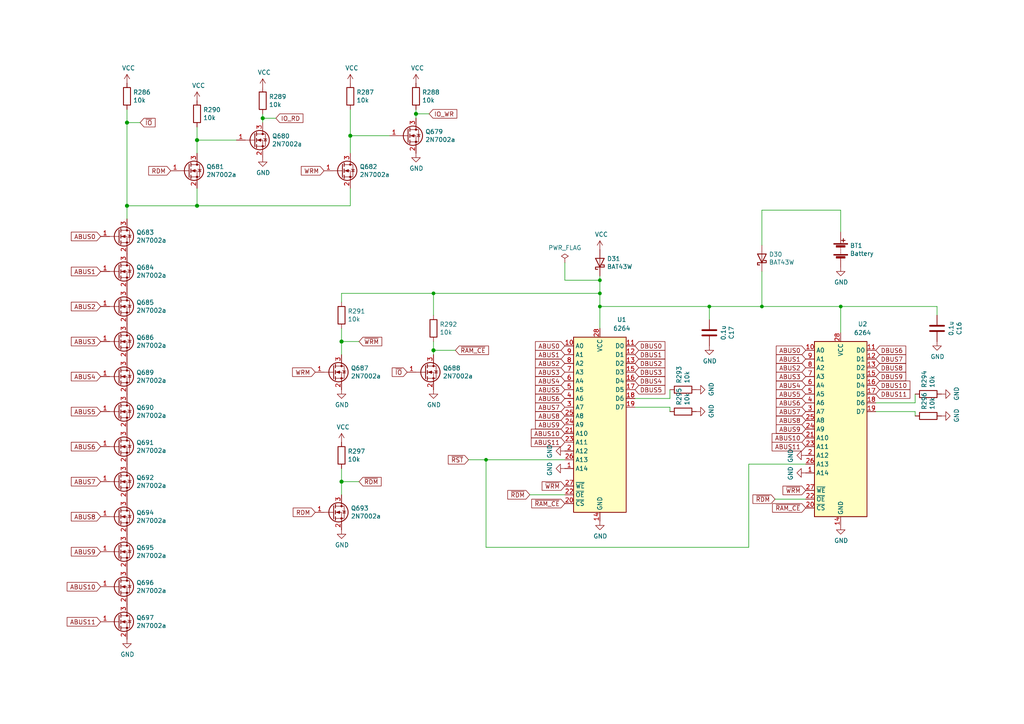
<source format=kicad_sch>
(kicad_sch (version 20210126) (generator eeschema)
  (paper "A4")
  (title_block (title "Q2 Memory") (date "2021-02-05") (rev "1") (company "joewing.net"))
  (lib_symbols
    (symbol "Device:Battery" (pin_numbers hide) (pin_names (offset 0) hide)
      (property "Reference" "BT" (at 2.54 2.54 0))
      (property "Value" "Battery" (at 2.54 0 0))
      (symbol "Battery_0_1"
        (rectangle (start -2.032 -1.397) (end 2.032 -1.651) (fill (type outline)))
        (rectangle (start -2.032 1.778) (end 2.032 1.524) (fill (type outline)))
        (rectangle (start -1.3208 -1.9812) (end 1.27 -2.4892) (fill (type outline)))
        (rectangle (start -1.3208 1.1938) (end 1.27 0.6858) (fill (type outline)))
        (polyline (pts (xy 0 -1.524) (xy 0 -1.27)))
        (polyline (pts (xy 0 -1.016) (xy 0 -0.762)))
        (polyline (pts (xy 0 -0.508) (xy 0 -0.254)))
        (polyline (pts (xy 0 0) (xy 0 0.254)))
        (polyline (pts (xy 0 0.508) (xy 0 0.762)))
        (polyline (pts (xy 0 1.778) (xy 0 2.54)))
        (polyline (pts (xy 0.254 2.667) (xy 1.27 2.667)) (stroke (width 0.254)))
        (polyline (pts (xy 0.762 3.175) (xy 0.762 2.159)) (stroke (width 0.254)))
      )
      (symbol "Battery_1_1"
        (pin passive line (at 0 5.08 270) (length 2.54) (name "+") (number "1"))
        (pin passive line (at 0 -5.08 90) (length 2.54) (name "-") (number "2"))
      )
    )
    (symbol "Device:C" (pin_numbers hide) (pin_names (offset 0.254))
      (property "Reference" "C" (at 0.635 2.54 0))
      (property "Value" "C" (at 0.635 -2.54 0))
      (symbol "C_0_1"
        (polyline (pts (xy -2.032 -0.762) (xy 2.032 -0.762)) (stroke (width 0.508)))
        (polyline (pts (xy -2.032 0.762) (xy 2.032 0.762)) (stroke (width 0.508)))
      )
      (symbol "C_1_1"
        (pin passive line (at 0 3.81 270) (length 2.794) (name "~") (number "1"))
        (pin passive line (at 0 -3.81 90) (length 2.794) (name "~") (number "2"))
      )
    )
    (symbol "Device:R" (pin_numbers hide) (pin_names (offset 0))
      (property "Reference" "R" (at 2.032 0 90))
      (property "Value" "R" (at 0 0 90))
      (symbol "R_0_1"
        (rectangle (start -1.016 -2.54) (end 1.016 2.54) (stroke (width 0.254)))
      )
      (symbol "R_1_1"
        (pin passive line (at 0 3.81 270) (length 1.27) (name "~") (number "1"))
        (pin passive line (at 0 -3.81 90) (length 1.27) (name "~") (number "2"))
      )
    )
    (symbol "Diode:1N5819" (pin_numbers hide) (pin_names (offset 1.016) hide)
      (property "Reference" "D" (at 0 2.54 0))
      (property "Value" "1N5819" (at 0 -2.54 0))
      (symbol "1N5819_0_1"
        (polyline (pts (xy 1.27 0) (xy -1.27 0)))
        (polyline (pts (xy 1.27 1.27) (xy 1.27 -1.27) (xy -1.27 0) (xy 1.27 1.27)) (stroke (width 0.254)))
        (polyline (pts (xy -1.905 0.635) (xy -1.905 1.27) (xy -1.27 1.27) (xy -1.27 -1.27) (xy -0.635 -1.27) (xy -0.635 -0.635)) (stroke (width 0.254)))
      )
      (symbol "1N5819_1_1"
        (pin passive line (at -3.81 0 0) (length 2.54) (name "K") (number "1"))
        (pin passive line (at 3.81 0 180) (length 2.54) (name "A") (number "2"))
      )
    )
    (symbol "Memory_EEPROM:28C256"
      (property "Reference" "U" (at -7.62 26.67 0))
      (property "Value" "28C256" (at 2.54 -26.67 0))
      (symbol "28C256_1_1"
        (rectangle (start -7.62 25.4) (end 7.62 -25.4) (stroke (width 0.254)) (fill (type background)))
        (pin input line (at -10.16 -12.7 0) (length 2.54) (name "A14") (number "1"))
        (pin input line (at -10.16 22.86 0) (length 2.54) (name "A0") (number "10"))
        (pin tri_state line (at 10.16 22.86 180) (length 2.54) (name "D0") (number "11"))
        (pin tri_state line (at 10.16 20.32 180) (length 2.54) (name "D1") (number "12"))
        (pin tri_state line (at 10.16 17.78 180) (length 2.54) (name "D2") (number "13"))
        (pin power_in line (at 0 -27.94 90) (length 2.54) (name "GND") (number "14"))
        (pin tri_state line (at 10.16 15.24 180) (length 2.54) (name "D3") (number "15"))
        (pin tri_state line (at 10.16 12.7 180) (length 2.54) (name "D4") (number "16"))
        (pin tri_state line (at 10.16 10.16 180) (length 2.54) (name "D5") (number "17"))
        (pin tri_state line (at 10.16 7.62 180) (length 2.54) (name "D6") (number "18"))
        (pin tri_state line (at 10.16 5.08 180) (length 2.54) (name "D7") (number "19"))
        (pin input line (at -10.16 -7.62 0) (length 2.54) (name "A12") (number "2"))
        (pin input line (at -10.16 -22.86 0) (length 2.54) (name "~CS") (number "20"))
        (pin input line (at -10.16 -2.54 0) (length 2.54) (name "A10") (number "21"))
        (pin input line (at -10.16 -20.32 0) (length 2.54) (name "~OE") (number "22"))
        (pin input line (at -10.16 -5.08 0) (length 2.54) (name "A11") (number "23"))
        (pin input line (at -10.16 0 0) (length 2.54) (name "A9") (number "24"))
        (pin input line (at -10.16 2.54 0) (length 2.54) (name "A8") (number "25"))
        (pin input line (at -10.16 -10.16 0) (length 2.54) (name "A13") (number "26"))
        (pin input line (at -10.16 -17.78 0) (length 2.54) (name "~WE") (number "27"))
        (pin power_in line (at 0 27.94 270) (length 2.54) (name "VCC") (number "28"))
        (pin input line (at -10.16 5.08 0) (length 2.54) (name "A7") (number "3"))
        (pin input line (at -10.16 7.62 0) (length 2.54) (name "A6") (number "4"))
        (pin input line (at -10.16 10.16 0) (length 2.54) (name "A5") (number "5"))
        (pin input line (at -10.16 12.7 0) (length 2.54) (name "A4") (number "6"))
        (pin input line (at -10.16 15.24 0) (length 2.54) (name "A3") (number "7"))
        (pin input line (at -10.16 17.78 0) (length 2.54) (name "A2") (number "8"))
        (pin input line (at -10.16 20.32 0) (length 2.54) (name "A1") (number "9"))
      )
    )
    (symbol "Transistor_FET:2N7002" (pin_names hide)
      (property "Reference" "Q" (at 5.08 1.905 0))
      (property "Value" "2N7002" (at 5.08 0 0))
      (symbol "2N7002_0_1"
        (circle (center 1.651 0) (radius 2.794) (stroke (width 0.254)))
        (circle (center 2.54 -1.778) (radius 0.254) (fill (type outline)))
        (circle (center 2.54 1.778) (radius 0.254) (fill (type outline)))
        (polyline (pts (xy 0.254 0) (xy -2.54 0)))
        (polyline (pts (xy 0.254 1.905) (xy 0.254 -1.905)) (stroke (width 0.254)))
        (polyline (pts (xy 0.762 -1.27) (xy 0.762 -2.286)) (stroke (width 0.254)))
        (polyline (pts (xy 0.762 0.508) (xy 0.762 -0.508)) (stroke (width 0.254)))
        (polyline (pts (xy 0.762 2.286) (xy 0.762 1.27)) (stroke (width 0.254)))
        (polyline (pts (xy 2.54 2.54) (xy 2.54 1.778)))
        (polyline (pts (xy 2.54 -2.54) (xy 2.54 0) (xy 0.762 0)))
        (polyline (pts (xy 0.762 -1.778) (xy 3.302 -1.778) (xy 3.302 1.778) (xy 0.762 1.778)))
        (polyline (pts (xy 1.016 0) (xy 2.032 0.381) (xy 2.032 -0.381) (xy 1.016 0)) (fill (type outline)))
        (polyline (pts (xy 2.794 0.508) (xy 2.921 0.381) (xy 3.683 0.381) (xy 3.81 0.254)))
        (polyline (pts (xy 3.302 0.381) (xy 2.921 -0.254) (xy 3.683 -0.254) (xy 3.302 0.381)))
      )
      (symbol "2N7002_1_1"
        (pin input line (at -5.08 0 0) (length 2.54) (name "G") (number "1"))
        (pin passive line (at 2.54 -5.08 90) (length 2.54) (name "S") (number "2"))
        (pin passive line (at 2.54 5.08 270) (length 2.54) (name "D") (number "3"))
      )
    )
    (symbol "power:GND" (power) (pin_names (offset 0))
      (property "Value" "GND" (at 0 -3.81 0))
      (symbol "GND_0_1"
        (polyline (pts (xy 0 0) (xy 0 -1.27) (xy 1.27 -1.27) (xy 0 -2.54) (xy -1.27 -1.27) (xy 0 -1.27)))
      )
      (symbol "GND_1_1"
        (pin power_in line (at 0 0 270) (length 0) hide (name "GND") (number "1"))
      )
    )
    (symbol "power:PWR_FLAG" (power) (pin_numbers hide) (pin_names (offset 0) hide)
      (property "Value" "PWR_FLAG" (at 0 3.81 0))
      (symbol "PWR_FLAG_0_0"
        (pin power_out line (at 0 0 90) (length 0) (name "pwr") (number "1"))
      )
      (symbol "PWR_FLAG_0_1"
        (polyline (pts (xy 0 0) (xy 0 1.27) (xy -1.016 1.905) (xy 0 2.54) (xy 1.016 1.905) (xy 0 1.27)))
      )
    )
    (symbol "power:VCC" (power) (pin_names (offset 0))
      (property "Value" "VCC" (at 0 3.81 0))
      (symbol "VCC_0_1"
        (polyline (pts (xy -0.762 1.27) (xy 0 2.54)))
        (polyline (pts (xy 0 0) (xy 0 2.54)))
        (polyline (pts (xy 0 2.54) (xy 0.762 1.27)))
      )
      (symbol "VCC_1_1"
        (pin power_in line (at 0 0 90) (length 0) hide (name "VCC") (number "1"))
      )
    )
  )
  (junction (at 36.83 35.56) (diameter 1.016))
  (junction (at 36.83 59.69) (diameter 1.016))
  (junction (at 57.15 40.64) (diameter 1.016))
  (junction (at 57.15 59.69) (diameter 1.016))
  (junction (at 76.2 34.29) (diameter 1.016))
  (junction (at 99.06 99.06) (diameter 1.016))
  (junction (at 99.06 139.7) (diameter 1.016))
  (junction (at 101.6 39.37) (diameter 1.016))
  (junction (at 120.65 33.02) (diameter 1.016))
  (junction (at 125.73 85.09) (diameter 0.9144))
  (junction (at 125.73 101.6) (diameter 1.016))
  (junction (at 140.97 133.35) (diameter 0.9144))
  (junction (at 173.99 81.28) (diameter 0.9144))
  (junction (at 173.99 85.09) (diameter 0.9144))
  (junction (at 173.99 88.9) (diameter 0.9144))
  (junction (at 205.74 88.9) (diameter 0.9144))
  (junction (at 220.98 88.9) (diameter 0.9144))
  (junction (at 243.84 88.9) (diameter 0.9144))
  (wire (pts (xy 36.83 31.75) (xy 36.83 35.56)))
  (wire (pts (xy 36.83 35.56) (xy 36.83 59.69)))
  (wire (pts (xy 36.83 59.69) (xy 36.83 63.5)))
  (wire (pts (xy 36.83 59.69) (xy 57.15 59.69)))
  (wire (pts (xy 40.64 35.56) (xy 36.83 35.56)))
  (wire (pts (xy 57.15 36.83) (xy 57.15 40.64)))
  (wire (pts (xy 57.15 40.64) (xy 57.15 44.45)))
  (wire (pts (xy 57.15 54.61) (xy 57.15 59.69)))
  (wire (pts (xy 57.15 59.69) (xy 101.6 59.69)))
  (wire (pts (xy 68.58 40.64) (xy 57.15 40.64)))
  (wire (pts (xy 76.2 33.02) (xy 76.2 34.29)))
  (wire (pts (xy 76.2 34.29) (xy 76.2 35.56)))
  (wire (pts (xy 76.2 34.29) (xy 80.01 34.29)))
  (wire (pts (xy 99.06 85.09) (xy 99.06 87.63)))
  (wire (pts (xy 99.06 95.25) (xy 99.06 99.06)))
  (wire (pts (xy 99.06 99.06) (xy 99.06 102.87)))
  (wire (pts (xy 99.06 135.89) (xy 99.06 139.7)))
  (wire (pts (xy 99.06 139.7) (xy 99.06 143.51)))
  (wire (pts (xy 101.6 31.75) (xy 101.6 39.37)))
  (wire (pts (xy 101.6 39.37) (xy 101.6 44.45)))
  (wire (pts (xy 101.6 59.69) (xy 101.6 54.61)))
  (wire (pts (xy 104.14 99.06) (xy 99.06 99.06)))
  (wire (pts (xy 104.14 139.7) (xy 99.06 139.7)))
  (wire (pts (xy 113.03 39.37) (xy 101.6 39.37)))
  (wire (pts (xy 120.65 31.75) (xy 120.65 33.02)))
  (wire (pts (xy 120.65 33.02) (xy 120.65 34.29)))
  (wire (pts (xy 120.65 33.02) (xy 124.46 33.02)))
  (wire (pts (xy 125.73 85.09) (xy 99.06 85.09)))
  (wire (pts (xy 125.73 85.09) (xy 173.99 85.09)))
  (wire (pts (xy 125.73 91.44) (xy 125.73 85.09)))
  (wire (pts (xy 125.73 99.06) (xy 125.73 101.6)))
  (wire (pts (xy 125.73 101.6) (xy 125.73 102.87)))
  (wire (pts (xy 132.08 101.6) (xy 125.73 101.6)))
  (wire (pts (xy 135.89 133.35) (xy 140.97 133.35)))
  (wire (pts (xy 140.97 133.35) (xy 140.97 158.75)))
  (wire (pts (xy 140.97 133.35) (xy 163.83 133.35)))
  (wire (pts (xy 140.97 158.75) (xy 217.17 158.75)))
  (wire (pts (xy 153.67 143.51) (xy 163.83 143.51)))
  (wire (pts (xy 163.83 76.2) (xy 163.83 81.28)))
  (wire (pts (xy 163.83 81.28) (xy 173.99 81.28)))
  (wire (pts (xy 173.99 81.28) (xy 173.99 80.01)))
  (wire (pts (xy 173.99 85.09) (xy 173.99 81.28)))
  (wire (pts (xy 173.99 85.09) (xy 173.99 88.9)))
  (wire (pts (xy 173.99 88.9) (xy 173.99 95.25)))
  (wire (pts (xy 173.99 88.9) (xy 205.74 88.9)))
  (wire (pts (xy 194.31 113.03) (xy 194.31 115.57)))
  (wire (pts (xy 194.31 115.57) (xy 184.15 115.57)))
  (wire (pts (xy 194.31 118.11) (xy 184.15 118.11)))
  (wire (pts (xy 194.31 119.38) (xy 194.31 118.11)))
  (wire (pts (xy 205.74 88.9) (xy 205.74 92.71)))
  (wire (pts (xy 205.74 88.9) (xy 220.98 88.9)))
  (wire (pts (xy 217.17 158.75) (xy 217.17 134.62)))
  (wire (pts (xy 220.98 60.96) (xy 220.98 71.12)))
  (wire (pts (xy 220.98 78.74) (xy 220.98 88.9)))
  (wire (pts (xy 220.98 88.9) (xy 243.84 88.9)))
  (wire (pts (xy 233.68 134.62) (xy 217.17 134.62)))
  (wire (pts (xy 233.68 144.78) (xy 224.79 144.78)))
  (wire (pts (xy 243.84 60.96) (xy 220.98 60.96)))
  (wire (pts (xy 243.84 67.31) (xy 243.84 60.96)))
  (wire (pts (xy 243.84 88.9) (xy 243.84 96.52)))
  (wire (pts (xy 243.84 88.9) (xy 271.78 88.9)))
  (wire (pts (xy 254 116.84) (xy 265.43 116.84)))
  (wire (pts (xy 254 119.38) (xy 265.43 119.38)))
  (wire (pts (xy 265.43 114.3) (xy 265.43 116.84)))
  (wire (pts (xy 265.43 120.65) (xy 265.43 119.38)))
  (wire (pts (xy 271.78 88.9) (xy 271.78 91.44)))
  (global_label "ABUS0" (shape input) (at 29.21 68.58 180) (property "Intersheet References" "${INTERSHEET_REFS}" (effects hide)))
  (global_label "ABUS1" (shape input) (at 29.21 78.74 180) (property "Intersheet References" "${INTERSHEET_REFS}" (effects hide)))
  (global_label "ABUS2" (shape input) (at 29.21 88.9 180) (property "Intersheet References" "${INTERSHEET_REFS}" (effects hide)))
  (global_label "ABUS3" (shape input) (at 29.21 99.06 180) (property "Intersheet References" "${INTERSHEET_REFS}" (effects hide)))
  (global_label "ABUS4" (shape input) (at 29.21 109.22 180) (property "Intersheet References" "${INTERSHEET_REFS}" (effects hide)))
  (global_label "ABUS5" (shape input) (at 29.21 119.38 180) (property "Intersheet References" "${INTERSHEET_REFS}" (effects hide)))
  (global_label "ABUS6" (shape input) (at 29.21 129.54 180) (property "Intersheet References" "${INTERSHEET_REFS}" (effects hide)))
  (global_label "ABUS7" (shape input) (at 29.21 139.7 180) (property "Intersheet References" "${INTERSHEET_REFS}" (effects hide)))
  (global_label "ABUS8" (shape input) (at 29.21 149.86 180) (property "Intersheet References" "${INTERSHEET_REFS}" (effects hide)))
  (global_label "ABUS9" (shape input) (at 29.21 160.02 180) (property "Intersheet References" "${INTERSHEET_REFS}" (effects hide)))
  (global_label "ABUS10" (shape input) (at 29.21 170.18 180) (property "Intersheet References" "${INTERSHEET_REFS}" (effects hide)))
  (global_label "ABUS11" (shape input) (at 29.21 180.34 180) (property "Intersheet References" "${INTERSHEET_REFS}" (effects hide)))
  (global_label "~IO" (shape input) (at 40.64 35.56 0) (property "Intersheet References" "${INTERSHEET_REFS}" (effects hide)))
  (global_label "RDM" (shape input) (at 49.53 49.53 180) (property "Intersheet References" "${INTERSHEET_REFS}" (effects hide)))
  (global_label "IO_RD" (shape input) (at 80.01 34.29 0) (property "Intersheet References" "${INTERSHEET_REFS}" (effects hide)))
  (global_label "WRM" (shape input) (at 91.44 107.95 180) (property "Intersheet References" "${INTERSHEET_REFS}" (effects hide)))
  (global_label "RDM" (shape input) (at 91.44 148.59 180) (property "Intersheet References" "${INTERSHEET_REFS}" (effects hide)))
  (global_label "WRM" (shape input) (at 93.98 49.53 180) (property "Intersheet References" "${INTERSHEET_REFS}" (effects hide)))
  (global_label "~WRM" (shape input) (at 104.14 99.06 0) (property "Intersheet References" "${INTERSHEET_REFS}" (effects hide)))
  (global_label "~RDM" (shape input) (at 104.14 139.7 0) (property "Intersheet References" "${INTERSHEET_REFS}" (effects hide)))
  (global_label "~IO" (shape input) (at 118.11 107.95 180) (property "Intersheet References" "${INTERSHEET_REFS}" (effects hide)))
  (global_label "IO_WR" (shape input) (at 124.46 33.02 0) (property "Intersheet References" "${INTERSHEET_REFS}" (effects hide)))
  (global_label "~RAM_CE" (shape input) (at 132.08 101.6 0) (property "Intersheet References" "${INTERSHEET_REFS}" (effects hide)))
  (global_label "~RST" (shape input) (at 135.89 133.35 180) (property "Intersheet References" "${INTERSHEET_REFS}" (effects hide)))
  (global_label "~RDM" (shape input) (at 153.67 143.51 180) (property "Intersheet References" "${INTERSHEET_REFS}" (effects hide)))
  (global_label "ABUS0" (shape input) (at 163.83 100.33 180) (property "Intersheet References" "${INTERSHEET_REFS}" (effects hide)))
  (global_label "ABUS1" (shape input) (at 163.83 102.87 180) (property "Intersheet References" "${INTERSHEET_REFS}" (effects hide)))
  (global_label "ABUS2" (shape input) (at 163.83 105.41 180) (property "Intersheet References" "${INTERSHEET_REFS}" (effects hide)))
  (global_label "ABUS3" (shape input) (at 163.83 107.95 180) (property "Intersheet References" "${INTERSHEET_REFS}" (effects hide)))
  (global_label "ABUS4" (shape input) (at 163.83 110.49 180) (property "Intersheet References" "${INTERSHEET_REFS}" (effects hide)))
  (global_label "ABUS5" (shape input) (at 163.83 113.03 180) (property "Intersheet References" "${INTERSHEET_REFS}" (effects hide)))
  (global_label "ABUS6" (shape input) (at 163.83 115.57 180) (property "Intersheet References" "${INTERSHEET_REFS}" (effects hide)))
  (global_label "ABUS7" (shape input) (at 163.83 118.11 180) (property "Intersheet References" "${INTERSHEET_REFS}" (effects hide)))
  (global_label "ABUS8" (shape input) (at 163.83 120.65 180) (property "Intersheet References" "${INTERSHEET_REFS}" (effects hide)))
  (global_label "ABUS9" (shape input) (at 163.83 123.19 180) (property "Intersheet References" "${INTERSHEET_REFS}" (effects hide)))
  (global_label "ABUS10" (shape input) (at 163.83 125.73 180) (property "Intersheet References" "${INTERSHEET_REFS}" (effects hide)))
  (global_label "ABUS11" (shape input) (at 163.83 128.27 180) (property "Intersheet References" "${INTERSHEET_REFS}" (effects hide)))
  (global_label "~WRM" (shape input) (at 163.83 140.97 180) (property "Intersheet References" "${INTERSHEET_REFS}" (effects hide)))
  (global_label "~RAM_CE" (shape input) (at 163.83 146.05 180) (property "Intersheet References" "${INTERSHEET_REFS}" (effects hide)))
  (global_label "DBUS0" (shape input) (at 184.15 100.33 0) (property "Intersheet References" "${INTERSHEET_REFS}" (effects hide)))
  (global_label "DBUS1" (shape input) (at 184.15 102.87 0) (property "Intersheet References" "${INTERSHEET_REFS}" (effects hide)))
  (global_label "DBUS2" (shape input) (at 184.15 105.41 0) (property "Intersheet References" "${INTERSHEET_REFS}" (effects hide)))
  (global_label "DBUS3" (shape input) (at 184.15 107.95 0) (property "Intersheet References" "${INTERSHEET_REFS}" (effects hide)))
  (global_label "DBUS4" (shape input) (at 184.15 110.49 0) (property "Intersheet References" "${INTERSHEET_REFS}" (effects hide)))
  (global_label "DBUS5" (shape input) (at 184.15 113.03 0) (property "Intersheet References" "${INTERSHEET_REFS}" (effects hide)))
  (global_label "~RDM" (shape input) (at 224.79 144.78 180) (property "Intersheet References" "${INTERSHEET_REFS}" (effects hide)))
  (global_label "ABUS0" (shape input) (at 233.68 101.6 180) (property "Intersheet References" "${INTERSHEET_REFS}" (effects hide)))
  (global_label "ABUS1" (shape input) (at 233.68 104.14 180) (property "Intersheet References" "${INTERSHEET_REFS}" (effects hide)))
  (global_label "ABUS2" (shape input) (at 233.68 106.68 180) (property "Intersheet References" "${INTERSHEET_REFS}" (effects hide)))
  (global_label "ABUS3" (shape input) (at 233.68 109.22 180) (property "Intersheet References" "${INTERSHEET_REFS}" (effects hide)))
  (global_label "ABUS4" (shape input) (at 233.68 111.76 180) (property "Intersheet References" "${INTERSHEET_REFS}" (effects hide)))
  (global_label "ABUS5" (shape input) (at 233.68 114.3 180) (property "Intersheet References" "${INTERSHEET_REFS}" (effects hide)))
  (global_label "ABUS6" (shape input) (at 233.68 116.84 180) (property "Intersheet References" "${INTERSHEET_REFS}" (effects hide)))
  (global_label "ABUS7" (shape input) (at 233.68 119.38 180) (property "Intersheet References" "${INTERSHEET_REFS}" (effects hide)))
  (global_label "ABUS8" (shape input) (at 233.68 121.92 180) (property "Intersheet References" "${INTERSHEET_REFS}" (effects hide)))
  (global_label "ABUS9" (shape input) (at 233.68 124.46 180) (property "Intersheet References" "${INTERSHEET_REFS}" (effects hide)))
  (global_label "ABUS10" (shape input) (at 233.68 127 180) (property "Intersheet References" "${INTERSHEET_REFS}" (effects hide)))
  (global_label "ABUS11" (shape input) (at 233.68 129.54 180) (property "Intersheet References" "${INTERSHEET_REFS}" (effects hide)))
  (global_label "~WRM" (shape input) (at 233.68 142.24 180) (property "Intersheet References" "${INTERSHEET_REFS}" (effects hide)))
  (global_label "~RAM_CE" (shape input) (at 233.68 147.32 180) (property "Intersheet References" "${INTERSHEET_REFS}" (effects hide)))
  (global_label "DBUS6" (shape input) (at 254 101.6 0) (property "Intersheet References" "${INTERSHEET_REFS}" (effects hide)))
  (global_label "DBUS7" (shape input) (at 254 104.14 0) (property "Intersheet References" "${INTERSHEET_REFS}" (effects hide)))
  (global_label "DBUS8" (shape input) (at 254 106.68 0) (property "Intersheet References" "${INTERSHEET_REFS}" (effects hide)))
  (global_label "DBUS9" (shape input) (at 254 109.22 0) (property "Intersheet References" "${INTERSHEET_REFS}" (effects hide)))
  (global_label "DBUS10" (shape input) (at 254 111.76 0) (property "Intersheet References" "${INTERSHEET_REFS}" (effects hide)))
  (global_label "DBUS11" (shape input) (at 254 114.3 0) (property "Intersheet References" "${INTERSHEET_REFS}" (effects hide)))
  (symbol (lib_id "power:PWR_FLAG") (at 163.83 76.2 0) (unit 1)
    (property "Reference" "#FLG01" (effects hide))
    (property "Value" "PWR_FLAG" (at 163.83 71.8756 0))
  )
  (symbol (lib_id "power:VCC") (at 36.83 24.13 0) (unit 1)
    (property "Reference" "#PWR0569" (effects hide))
    (property "Value" "VCC" (at 37.2618 19.7358 0))
  )
  (symbol (lib_id "power:VCC") (at 57.15 29.21 0) (unit 1)
    (property "Reference" "#PWR0573" (effects hide))
    (property "Value" "VCC" (at 57.5818 24.8158 0))
  )
  (symbol (lib_id "power:VCC") (at 76.2 25.4 0) (unit 1)
    (property "Reference" "#PWR0572" (effects hide))
    (property "Value" "VCC" (at 76.6318 21.0058 0))
  )
  (symbol (lib_id "power:VCC") (at 99.06 128.27 0) (unit 1)
    (property "Reference" "#PWR0586" (effects hide))
    (property "Value" "VCC" (at 99.4918 123.8758 0))
  )
  (symbol (lib_id "power:VCC") (at 101.6 24.13 0) (unit 1)
    (property "Reference" "#PWR0570" (effects hide))
    (property "Value" "VCC" (at 102.0318 19.7358 0))
  )
  (symbol (lib_id "power:VCC") (at 120.65 24.13 0) (unit 1)
    (property "Reference" "#PWR0571" (effects hide))
    (property "Value" "VCC" (at 121.0818 19.7358 0))
  )
  (symbol (lib_id "power:VCC") (at 173.99 72.39 0) (unit 1)
    (property "Reference" "#PWR0576" (effects hide))
    (property "Value" "VCC" (at 174.4218 67.9958 0))
  )
  (symbol (lib_id "power:GND") (at 36.83 185.42 0) (unit 1)
    (property "Reference" "#PWR0594" (effects hide))
    (property "Value" "GND" (at 36.957 189.8142 0))
  )
  (symbol (lib_id "power:GND") (at 76.2 45.72 0) (unit 1)
    (property "Reference" "#PWR0575" (effects hide))
    (property "Value" "GND" (at 76.327 50.1142 0))
  )
  (symbol (lib_id "power:GND") (at 99.06 113.03 0) (unit 1)
    (property "Reference" "#PWR0580" (effects hide))
    (property "Value" "GND" (at 99.187 117.4242 0))
  )
  (symbol (lib_id "power:GND") (at 99.06 153.67 0) (unit 1)
    (property "Reference" "#PWR0593" (effects hide))
    (property "Value" "GND" (at 99.187 158.0642 0))
  )
  (symbol (lib_id "power:GND") (at 120.65 44.45 0) (unit 1)
    (property "Reference" "#PWR0574" (effects hide))
    (property "Value" "GND" (at 120.777 48.8442 0))
  )
  (symbol (lib_id "power:GND") (at 125.73 113.03 0) (unit 1)
    (property "Reference" "#PWR0581" (effects hide))
    (property "Value" "GND" (at 125.857 117.4242 0))
  )
  (symbol (lib_id "power:GND") (at 163.83 130.81 270) (unit 1)
    (property "Reference" "#PWR0587" (effects hide))
    (property "Value" "GND" (at 159.4358 130.937 0))
  )
  (symbol (lib_id "power:GND") (at 163.83 135.89 270) (unit 1)
    (property "Reference" "#PWR0589" (effects hide))
    (property "Value" "GND" (at 159.4358 136.017 0))
  )
  (symbol (lib_id "power:GND") (at 173.99 151.13 0) (unit 1)
    (property "Reference" "#PWR0591" (effects hide))
    (property "Value" "GND" (at 174.117 155.5242 0))
  )
  (symbol (lib_id "power:GND") (at 201.93 113.03 90) (unit 1)
    (property "Reference" "#PWR0582" (effects hide))
    (property "Value" "GND" (at 206.3242 112.903 0))
  )
  (symbol (lib_id "power:GND") (at 201.93 119.38 90) (unit 1)
    (property "Reference" "#PWR0584" (effects hide))
    (property "Value" "GND" (at 206.3242 119.253 0))
  )
  (symbol (lib_id "power:GND") (at 205.74 100.33 0) (unit 1)
    (property "Reference" "#PWR0579" (effects hide))
    (property "Value" "GND" (at 205.867 104.7242 0))
  )
  (symbol (lib_id "power:GND") (at 233.68 132.08 270) (unit 1)
    (property "Reference" "#PWR0588" (effects hide))
    (property "Value" "GND" (at 229.2858 132.207 0))
  )
  (symbol (lib_id "power:GND") (at 233.68 137.16 270) (unit 1)
    (property "Reference" "#PWR0590" (effects hide))
    (property "Value" "GND" (at 229.2858 137.287 0))
  )
  (symbol (lib_id "power:GND") (at 243.84 77.47 0) (unit 1)
    (property "Reference" "#PWR0577" (effects hide))
    (property "Value" "GND" (at 243.967 81.8642 0))
  )
  (symbol (lib_id "power:GND") (at 243.84 152.4 0) (unit 1)
    (property "Reference" "#PWR0592" (effects hide))
    (property "Value" "GND" (at 243.967 156.7942 0))
  )
  (symbol (lib_id "power:GND") (at 271.78 99.06 0) (unit 1)
    (property "Reference" "#PWR0578" (effects hide))
    (property "Value" "GND" (at 271.907 103.4542 0))
  )
  (symbol (lib_id "power:GND") (at 273.05 114.3 90) (unit 1)
    (property "Reference" "#PWR0583" (effects hide))
    (property "Value" "GND" (at 277.4442 114.173 0))
  )
  (symbol (lib_id "power:GND") (at 273.05 120.65 90) (unit 1)
    (property "Reference" "#PWR0585" (effects hide))
    (property "Value" "GND" (at 277.4442 120.523 0))
  )
  (symbol (lib_id "Device:R") (at 36.83 27.94 0) (unit 1)
    (property "Reference" "R286" (at 38.608 26.7716 0) (effects (justify left)))
    (property "Value" "10k" (at 38.608 29.083 0) (effects (justify left)))
    (property "Footprint" "Resistor_SMD:R_0805_2012Metric" (effects hide))
    (property "LCSC" "C17414" (effects hide))
  )
  (symbol (lib_id "Device:R") (at 57.15 33.02 0) (unit 1)
    (property "Reference" "R290" (at 58.928 31.8516 0) (effects (justify left)))
    (property "Value" "10k" (at 58.928 34.163 0) (effects (justify left)))
    (property "Footprint" "Resistor_SMD:R_0805_2012Metric" (effects hide))
    (property "LCSC" "C17414" (effects hide))
  )
  (symbol (lib_id "Device:R") (at 76.2 29.21 0) (unit 1)
    (property "Reference" "R289" (at 77.978 28.0416 0) (effects (justify left)))
    (property "Value" "10k" (at 77.978 30.353 0) (effects (justify left)))
    (property "Footprint" "Resistor_SMD:R_0805_2012Metric" (effects hide))
    (property "LCSC" "C17414" (effects hide))
  )
  (symbol (lib_id "Device:R") (at 99.06 91.44 0) (unit 1)
    (property "Reference" "R291" (at 100.838 90.2716 0) (effects (justify left)))
    (property "Value" "10k" (at 100.838 92.583 0) (effects (justify left)))
    (property "Footprint" "Resistor_SMD:R_0805_2012Metric" (effects hide))
    (property "LCSC" "C17414" (effects hide))
  )
  (symbol (lib_id "Device:R") (at 99.06 132.08 0) (unit 1)
    (property "Reference" "R297" (at 100.838 130.9116 0) (effects (justify left)))
    (property "Value" "10k" (at 100.838 133.223 0) (effects (justify left)))
    (property "Footprint" "Resistor_SMD:R_0805_2012Metric" (effects hide))
    (property "LCSC" "C17414" (effects hide))
  )
  (symbol (lib_id "Device:R") (at 101.6 27.94 0) (unit 1)
    (property "Reference" "R287" (at 103.378 26.7716 0) (effects (justify left)))
    (property "Value" "10k" (at 103.378 29.083 0) (effects (justify left)))
    (property "Footprint" "Resistor_SMD:R_0805_2012Metric" (effects hide))
    (property "LCSC" "C17414" (effects hide))
  )
  (symbol (lib_id "Device:R") (at 120.65 27.94 0) (unit 1)
    (property "Reference" "R288" (at 122.428 26.7716 0) (effects (justify left)))
    (property "Value" "10k" (at 122.428 29.083 0) (effects (justify left)))
    (property "Footprint" "Resistor_SMD:R_0805_2012Metric" (effects hide))
    (property "LCSC" "C17414" (effects hide))
  )
  (symbol (lib_id "Device:R") (at 125.73 95.25 0) (unit 1)
    (property "Reference" "R292" (at 127.508 94.0816 0) (effects (justify left)))
    (property "Value" "10k" (at 127.508 96.393 0) (effects (justify left)))
    (property "Footprint" "Resistor_SMD:R_0805_2012Metric" (effects hide))
    (property "LCSC" "C17414" (effects hide))
  )
  (symbol (lib_id "Device:R") (at 198.12 113.03 90) (unit 1)
    (property "Reference" "R293" (at 196.9516 111.252 0) (effects (justify left)))
    (property "Value" "10k" (at 199.263 111.252 0) (effects (justify left)))
    (property "Footprint" "Resistor_SMD:R_0805_2012Metric" (effects hide))
    (property "LCSC" "C17414" (effects hide))
  )
  (symbol (lib_id "Device:R") (at 198.12 119.38 90) (unit 1)
    (property "Reference" "R295" (at 196.9516 117.602 0) (effects (justify left)))
    (property "Value" "10k" (at 199.263 117.602 0) (effects (justify left)))
    (property "Footprint" "Resistor_SMD:R_0805_2012Metric" (effects hide))
    (property "LCSC" "C17414" (effects hide))
  )
  (symbol (lib_id "Device:R") (at 269.24 114.3 90) (unit 1)
    (property "Reference" "R294" (at 268.0716 112.522 0) (effects (justify left)))
    (property "Value" "10k" (at 270.383 112.522 0) (effects (justify left)))
    (property "Footprint" "Resistor_SMD:R_0805_2012Metric" (effects hide))
    (property "LCSC" "C17414" (effects hide))
  )
  (symbol (lib_id "Device:R") (at 269.24 120.65 90) (unit 1)
    (property "Reference" "R296" (at 268.0716 118.872 0) (effects (justify left)))
    (property "Value" "10k" (at 270.383 118.872 0) (effects (justify left)))
    (property "Footprint" "Resistor_SMD:R_0805_2012Metric" (effects hide))
    (property "LCSC" "C17414" (effects hide))
  )
  (symbol (lib_id "Diode:1N5819") (at 173.99 76.2 90) (unit 1)
    (property "Reference" "D31" (at 176.0221 75.0506 90) (effects (justify right)))
    (property "Value" "BAT43W" (at 176.0221 77.3493 90) (effects (justify right)))
    (property "Footprint" "Diode_SMD:D_SOD-123" (effects hide))
    (property "Datasheet" "https://datasheet.lcsc.com/szlcsc/Changjiang-Electronics-Tech-CJ-BAT43W_C19167.pdf" (effects hide))
    (property "LCSC" "C19167" (effects hide))
  )
  (symbol (lib_id "Diode:1N5819") (at 220.98 74.93 90) (unit 1)
    (property "Reference" "D30" (at 223.0121 73.7806 90) (effects (justify right)))
    (property "Value" "BAT43W" (at 223.0121 76.0793 90) (effects (justify right)))
    (property "Footprint" "Diode_SMD:D_SOD-123" (effects hide))
    (property "Datasheet" "https://datasheet.lcsc.com/szlcsc/Changjiang-Electronics-Tech-CJ-BAT43W_C19167.pdf" (effects hide))
    (property "LCSC" "C19167" (effects hide))
  )
  (symbol (lib_id "Device:C") (at 205.74 96.52 180) (unit 1)
    (property "Reference" "C17" (at 212.1408 96.52 90))
    (property "Value" "0.1u" (at 209.8294 96.52 90))
    (property "Footprint" "Capacitor_SMD:C_0805_2012Metric" (effects hide))
    (property "LCSC" "C49678" (effects hide))
  )
  (symbol (lib_id "Device:C") (at 271.78 95.25 180) (unit 1)
    (property "Reference" "C16" (at 278.1808 95.25 90))
    (property "Value" "0.1u" (at 275.8694 95.25 90))
    (property "Footprint" "Capacitor_SMD:C_0805_2012Metric" (effects hide))
    (property "LCSC" "C49678" (effects hide))
  )
  (symbol (lib_id "Device:Battery") (at 243.84 72.39 0) (unit 1)
    (property "Reference" "BT1" (at 246.5071 71.2406 0) (effects (justify left)))
    (property "Value" "Battery" (at 246.5071 73.5393 0) (effects (justify left)))
    (property "Footprint" "Battery:BatteryHolder_ComfortableElectronic_CH273-2450_1x2450" (effects hide))
  )
  (symbol (lib_id "Transistor_FET:2N7002") (at 34.29 68.58 0) (unit 1)
    (property "Reference" "Q683" (at 39.5224 67.4116 0) (effects (justify left)))
    (property "Value" "2N7002a" (at 39.5224 69.723 0) (effects (justify left)))
    (property "Footprint" "Package_TO_SOT_SMD:SOT-23" (effects hide))
    (property "Datasheet" "https://www.fairchildsemi.com/datasheets/2N/2N7002.pdf" (effects hide))
    (property "LCSC" "C8545" (effects hide))
  )
  (symbol (lib_id "Transistor_FET:2N7002") (at 34.29 78.74 0) (unit 1)
    (property "Reference" "Q684" (at 39.5224 77.5716 0) (effects (justify left)))
    (property "Value" "2N7002a" (at 39.5224 79.883 0) (effects (justify left)))
    (property "Footprint" "Package_TO_SOT_SMD:SOT-23" (effects hide))
    (property "Datasheet" "https://www.fairchildsemi.com/datasheets/2N/2N7002.pdf" (effects hide))
    (property "LCSC" "C8545" (effects hide))
  )
  (symbol (lib_id "Transistor_FET:2N7002") (at 34.29 88.9 0) (unit 1)
    (property "Reference" "Q685" (at 39.5224 87.7316 0) (effects (justify left)))
    (property "Value" "2N7002a" (at 39.5224 90.043 0) (effects (justify left)))
    (property "Footprint" "Package_TO_SOT_SMD:SOT-23" (effects hide))
    (property "Datasheet" "https://www.fairchildsemi.com/datasheets/2N/2N7002.pdf" (effects hide))
    (property "LCSC" "C8545" (effects hide))
  )
  (symbol (lib_id "Transistor_FET:2N7002") (at 34.29 99.06 0) (unit 1)
    (property "Reference" "Q686" (at 39.5224 97.8916 0) (effects (justify left)))
    (property "Value" "2N7002a" (at 39.5224 100.203 0) (effects (justify left)))
    (property "Footprint" "Package_TO_SOT_SMD:SOT-23" (effects hide))
    (property "Datasheet" "https://www.fairchildsemi.com/datasheets/2N/2N7002.pdf" (effects hide))
    (property "LCSC" "C8545" (effects hide))
  )
  (symbol (lib_id "Transistor_FET:2N7002") (at 34.29 109.22 0) (unit 1)
    (property "Reference" "Q689" (at 39.5224 108.0516 0) (effects (justify left)))
    (property "Value" "2N7002a" (at 39.5224 110.363 0) (effects (justify left)))
    (property "Footprint" "Package_TO_SOT_SMD:SOT-23" (effects hide))
    (property "Datasheet" "https://www.fairchildsemi.com/datasheets/2N/2N7002.pdf" (effects hide))
    (property "LCSC" "C8545" (effects hide))
  )
  (symbol (lib_id "Transistor_FET:2N7002") (at 34.29 119.38 0) (unit 1)
    (property "Reference" "Q690" (at 39.5224 118.2116 0) (effects (justify left)))
    (property "Value" "2N7002a" (at 39.5224 120.523 0) (effects (justify left)))
    (property "Footprint" "Package_TO_SOT_SMD:SOT-23" (effects hide))
    (property "Datasheet" "https://www.fairchildsemi.com/datasheets/2N/2N7002.pdf" (effects hide))
    (property "LCSC" "C8545" (effects hide))
  )
  (symbol (lib_id "Transistor_FET:2N7002") (at 34.29 129.54 0) (unit 1)
    (property "Reference" "Q691" (at 39.5224 128.3716 0) (effects (justify left)))
    (property "Value" "2N7002a" (at 39.5224 130.683 0) (effects (justify left)))
    (property "Footprint" "Package_TO_SOT_SMD:SOT-23" (effects hide))
    (property "Datasheet" "https://www.fairchildsemi.com/datasheets/2N/2N7002.pdf" (effects hide))
    (property "LCSC" "C8545" (effects hide))
  )
  (symbol (lib_id "Transistor_FET:2N7002") (at 34.29 139.7 0) (unit 1)
    (property "Reference" "Q692" (at 39.5224 138.5316 0) (effects (justify left)))
    (property "Value" "2N7002a" (at 39.5224 140.843 0) (effects (justify left)))
    (property "Footprint" "Package_TO_SOT_SMD:SOT-23" (effects hide))
    (property "Datasheet" "https://www.fairchildsemi.com/datasheets/2N/2N7002.pdf" (effects hide))
    (property "LCSC" "C8545" (effects hide))
  )
  (symbol (lib_id "Transistor_FET:2N7002") (at 34.29 149.86 0) (unit 1)
    (property "Reference" "Q694" (at 39.5224 148.6916 0) (effects (justify left)))
    (property "Value" "2N7002a" (at 39.5224 151.003 0) (effects (justify left)))
    (property "Footprint" "Package_TO_SOT_SMD:SOT-23" (effects hide))
    (property "Datasheet" "https://www.fairchildsemi.com/datasheets/2N/2N7002.pdf" (effects hide))
    (property "LCSC" "C8545" (effects hide))
  )
  (symbol (lib_id "Transistor_FET:2N7002") (at 34.29 160.02 0) (unit 1)
    (property "Reference" "Q695" (at 39.5224 158.8516 0) (effects (justify left)))
    (property "Value" "2N7002a" (at 39.5224 161.163 0) (effects (justify left)))
    (property "Footprint" "Package_TO_SOT_SMD:SOT-23" (effects hide))
    (property "Datasheet" "https://www.fairchildsemi.com/datasheets/2N/2N7002.pdf" (effects hide))
    (property "LCSC" "C8545" (effects hide))
  )
  (symbol (lib_id "Transistor_FET:2N7002") (at 34.29 170.18 0) (unit 1)
    (property "Reference" "Q696" (at 39.5224 169.0116 0) (effects (justify left)))
    (property "Value" "2N7002a" (at 39.5224 171.323 0) (effects (justify left)))
    (property "Footprint" "Package_TO_SOT_SMD:SOT-23" (effects hide))
    (property "Datasheet" "https://www.fairchildsemi.com/datasheets/2N/2N7002.pdf" (effects hide))
    (property "LCSC" "C8545" (effects hide))
  )
  (symbol (lib_id "Transistor_FET:2N7002") (at 34.29 180.34 0) (unit 1)
    (property "Reference" "Q697" (at 39.5224 179.1716 0) (effects (justify left)))
    (property "Value" "2N7002a" (at 39.5224 181.483 0) (effects (justify left)))
    (property "Footprint" "Package_TO_SOT_SMD:SOT-23" (effects hide))
    (property "Datasheet" "https://www.fairchildsemi.com/datasheets/2N/2N7002.pdf" (effects hide))
    (property "LCSC" "C8545" (effects hide))
  )
  (symbol (lib_id "Transistor_FET:2N7002") (at 54.61 49.53 0) (unit 1)
    (property "Reference" "Q681" (at 59.8424 48.3616 0) (effects (justify left)))
    (property "Value" "2N7002a" (at 59.8424 50.673 0) (effects (justify left)))
    (property "Footprint" "Package_TO_SOT_SMD:SOT-23" (effects hide))
    (property "Datasheet" "https://www.fairchildsemi.com/datasheets/2N/2N7002.pdf" (effects hide))
    (property "LCSC" "C8545" (effects hide))
  )
  (symbol (lib_id "Transistor_FET:2N7002") (at 73.66 40.64 0) (unit 1)
    (property "Reference" "Q680" (at 78.8924 39.4716 0) (effects (justify left)))
    (property "Value" "2N7002a" (at 78.8924 41.783 0) (effects (justify left)))
    (property "Footprint" "Package_TO_SOT_SMD:SOT-23" (effects hide))
    (property "Datasheet" "https://www.fairchildsemi.com/datasheets/2N/2N7002.pdf" (effects hide))
    (property "LCSC" "C8545" (effects hide))
  )
  (symbol (lib_id "Transistor_FET:2N7002") (at 96.52 107.95 0) (unit 1)
    (property "Reference" "Q687" (at 101.7524 106.7816 0) (effects (justify left)))
    (property "Value" "2N7002a" (at 101.7524 109.093 0) (effects (justify left)))
    (property "Footprint" "Package_TO_SOT_SMD:SOT-23" (effects hide))
    (property "Datasheet" "https://www.fairchildsemi.com/datasheets/2N/2N7002.pdf" (effects hide))
    (property "LCSC" "C8545" (effects hide))
  )
  (symbol (lib_id "Transistor_FET:2N7002") (at 96.52 148.59 0) (unit 1)
    (property "Reference" "Q693" (at 101.7524 147.4216 0) (effects (justify left)))
    (property "Value" "2N7002a" (at 101.7524 149.733 0) (effects (justify left)))
    (property "Footprint" "Package_TO_SOT_SMD:SOT-23" (effects hide))
    (property "Datasheet" "https://www.fairchildsemi.com/datasheets/2N/2N7002.pdf" (effects hide))
    (property "LCSC" "C8545" (effects hide))
  )
  (symbol (lib_id "Transistor_FET:2N7002") (at 99.06 49.53 0) (unit 1)
    (property "Reference" "Q682" (at 104.2924 48.3616 0) (effects (justify left)))
    (property "Value" "2N7002a" (at 104.2924 50.673 0) (effects (justify left)))
    (property "Footprint" "Package_TO_SOT_SMD:SOT-23" (effects hide))
    (property "Datasheet" "https://www.fairchildsemi.com/datasheets/2N/2N7002.pdf" (effects hide))
    (property "LCSC" "C8545" (effects hide))
  )
  (symbol (lib_id "Transistor_FET:2N7002") (at 118.11 39.37 0) (unit 1)
    (property "Reference" "Q679" (at 123.3424 38.2016 0) (effects (justify left)))
    (property "Value" "2N7002a" (at 123.3424 40.513 0) (effects (justify left)))
    (property "Footprint" "Package_TO_SOT_SMD:SOT-23" (effects hide))
    (property "Datasheet" "https://www.fairchildsemi.com/datasheets/2N/2N7002.pdf" (effects hide))
    (property "LCSC" "C8545" (effects hide))
  )
  (symbol (lib_id "Transistor_FET:2N7002") (at 123.19 107.95 0) (unit 1)
    (property "Reference" "Q688" (at 128.4224 106.7816 0) (effects (justify left)))
    (property "Value" "2N7002a" (at 128.4224 109.093 0) (effects (justify left)))
    (property "Footprint" "Package_TO_SOT_SMD:SOT-23" (effects hide))
    (property "Datasheet" "https://www.fairchildsemi.com/datasheets/2N/2N7002.pdf" (effects hide))
    (property "LCSC" "C8545" (effects hide))
  )
  (symbol (lib_id "Memory_EEPROM:28C256") (at 173.99 123.19 0) (unit 1)
    (property "Reference" "U1" (at 180.34 92.71 0))
    (property "Value" "6264" (at 180.34 95.25 0))
    (property "Footprint" "q2:SOIC127P1210X305-28N" (effects hide))
    (property "Datasheet" "http://ww1.microchip.com/downloads/en/DeviceDoc/doc0006.pdf" (effects hide))
    (property "LCSC" "C261872" (effects hide))
  )
  (symbol (lib_id "Memory_EEPROM:28C256") (at 243.84 124.46 0) (unit 1)
    (property "Reference" "U2" (at 250.19 93.98 0))
    (property "Value" "6264" (at 250.19 96.52 0))
    (property "Footprint" "q2:SOIC127P1210X305-28N" (effects hide))
    (property "Datasheet" "http://ww1.microchip.com/downloads/en/DeviceDoc/doc0006.pdf" (effects hide))
    (property "LCSC" "C261872" (effects hide))
  )
)
</source>
